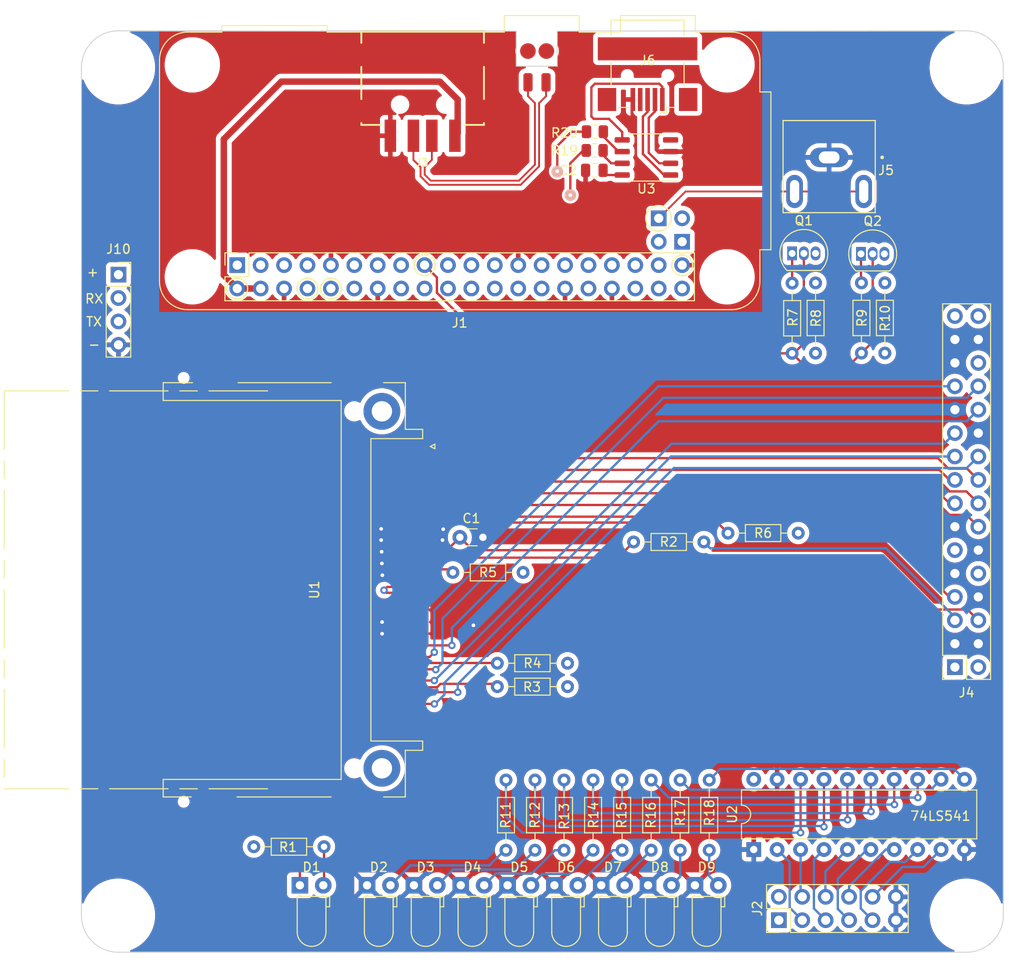
<source format=kicad_pcb>
(kicad_pcb (version 20221018) (generator pcbnew)
  (title_block (title "Simple Z80 Flash Adaptor") (date "2023-12-15") (rev "2"))
  (layers (0 "F.Cu" signal) (1 "In1.Cu" signal "GND") (2 "In2.Cu" signal "PWR") (31 "B.Cu" signal) (34 "B.Paste" user) (35 "F.Paste" user) (36 "B.SilkS" user "B.Silkscreen") (37 "F.SilkS" user "F.Silkscreen") (38 "B.Mask" user) (39 "F.Mask" user) (44 "Edge.Cuts" user))
  (net 0 "")
  (net 1 "+5V")
  (net 2 "GND")
  (net 3 "/A0")
  (net 4 "/A1")
  (net 5 "/A2")
  (net 6 "Net-(U1-~{IORD})")
  (net 7 "Net-(D1-A)")
  (net 8 "/D0")
  (net 9 "/D1")
  (net 10 "/D2")
  (net 11 "/D3")
  (net 12 "/D4")
  (net 13 "/D5")
  (net 14 "/D6")
  (net 15 "/D7")
  (net 16 "~{RESET}")
  (net 17 "~{RD}")
  (net 18 "~{WR}")
  (net 19 "~{PORT 30}")
  (net 20 "~{BUSY}")
  (net 21 "Net-(J2-Pin_3)")
  (net 22 "Net-(J2-Pin_4)")
  (net 23 "Net-(J2-Pin_5)")
  (net 24 "Net-(J2-Pin_6)")
  (net 25 "Net-(J2-Pin_7)")
  (net 26 "Net-(J2-Pin_8)")
  (net 27 "Net-(J2-Pin_9)")
  (net 28 "Net-(J2-Pin_10)")
  (net 29 "+3.3V")
  (net 30 "PI_TX")
  (net 31 "PI_RX")
  (net 32 "Net-(U1-~{PDIAG})")
  (net 33 "Net-(U1-~{DMACK})")
  (net 34 "Net-(U1-~{WE})")
  (net 35 "Net-(U1-~{CS1)")
  (net 53 "Net-(D2-A)")
  (net 54 "Net-(D3-A)")
  (net 55 "Net-(D4-A)")
  (net 56 "Net-(D5-A)")
  (net 57 "Net-(D6-A)")
  (net 58 "Net-(D7-A)")
  (net 59 "Net-(D8-A)")
  (net 60 "Net-(D9-A)")
  (net 61 "Net-(U2-Y0)")
  (net 62 "Net-(U2-Y1)")
  (net 63 "Net-(U2-Y2)")
  (net 64 "Net-(U2-Y3)")
  (net 65 "Net-(U2-Y4)")
  (net 66 "Net-(U2-Y5)")
  (net 67 "Net-(U2-Y6)")
  (net 68 "Net-(U2-Y7)")
  (net 69 "Z80_RX")
  (net 70 "Z80_TX")
  (net 97 "TV+")
  (net 98 "TV-")
  (net 99 "Net-(J3-D-)")
  (net 100 "Net-(J3-D+)")
  (net 103 "Net-(U3-V3)")
  (net 104 "Net-(J6-VBUS)")
  (net 105 "Net-(J6-D-)")
  (net 106 "Net-(J6-D+)")
  (net 108 "unconnected-(J6-Shield-Pad6)")
  (net 110 "Net-(J10-Pin_2)")
  (net 111 "Net-(J10-Pin_3)")
  (net 112 "Net-(U3-RXD)")
  (net 113 "Net-(U3-TXD)")
  (footprint "Resistor_THT:R_Axial_DIN0204_L3.6mm_D1.6mm_P7.62mm_Horizontal" (layer "F.Cu") (at 168.66865 98.759749 180)
    (fp_text reference "R2")
    (fp_text value "100R")
  )
  (footprint "Connector_PinHeader_2.54mm:PinHeader_2x06_P2.54mm_Vertical" (layer "F.Cu") (at 176.802277 139.807976 90)
    (fp_text reference "J2")
    (fp_text value "Conn_01x12_Male")
  )
  (footprint "Connector_Wire:SolderWirePad_1x01_SMD_1x2mm" (layer "F.Cu") (at 151.54905 48.874149)
    (fp_text reference "J7" hide)
    (fp_text value "Conn_01x01_Pin" hide)
  )
  (footprint "Resistor_THT:R_Axial_DIN0204_L3.6mm_D1.6mm_P7.62mm_Horizontal" (layer "F.Cu") (at 180.78445 78.261949 90)
    (fp_text reference "R8")
    (fp_text value "10k")
  )
  (footprint "Z80:SWITCHCRAFT_PJRAN1X1U04X" (layer "F.Cu") (at 182.258877 57.020176 180)
    (fp_text reference "J5")
    (fp_text value "RCA_Video")
  )
  (footprint "Z80:CF-Card_101D-TAAB-R01" (layer "F.Cu") (at 133.64575 103.951549 180)
    (fp_text reference "U1")
    (fp_text value "Compact_Flash")
  )
  (footprint "Package_DIP:DIP-20_W7.62mm" (layer "F.Cu") (at 174.07885 132.135349 90)
    (fp_text reference "U2")
    (fp_text value "74LS541")
  )
  (footprint "Package_TO_SOT_THT:TO-92_Inline" (layer "F.Cu") (at 185.71205 67.492349)
    (fp_text reference "Q2")
    (fp_text value "2N7000")
  )
  (footprint "LED_THT:LED_D3.0mm_Horizontal_O1.27mm_Z2.0mm" (layer "F.Cu") (at 132.13805 136.015949)
    (fp_text reference "D2")
    (fp_text value "LED")
  )
  (footprint "Resistor_THT:R_Axial_DIN0204_L3.6mm_D1.6mm_P7.62mm_Horizontal" (layer "F.Cu") (at 127.46985 131.830549 180)
    (fp_text reference "R1")
    (fp_text value "1K")
  )
  (footprint "Package_SO:SOP-8_3.9x4.9mm_P1.27mm" (layer "F.Cu") (at 162.43735 57.027549 180)
    (fp_text reference "U3")
    (fp_text value "CH340N")
  )
  (footprint "LED_THT:LED_D3.0mm_Horizontal_O1.27mm_Z2.0mm" (layer "F.Cu") (at 162.61805 136.015949)
    (fp_text reference "D8")
    (fp_text value "LED")
  )
  (footprint "Resistor_SMD:R_0805_2012Metric" (layer "F.Cu") (at 156.82585 56.265549 180)
    (fp_text reference "R19")
    (fp_text value "1k")
  )
  (footprint "Resistor_THT:R_Axial_DIN0204_L3.6mm_D1.6mm_P7.62mm_Horizontal" (layer "F.Cu") (at 156.65285 132.211549 90)
    (fp_text reference "R14")
    (fp_text value "1k")
  )
  (footprint "Resistor_THT:R_Axial_DIN0204_L3.6mm_D1.6mm_P7.62mm_Horizontal" (layer "F.Cu") (at 159.80285 132.211549 90)
    (fp_text reference "R15")
    (fp_text value "1k")
  )
  (footprint "Resistor_THT:R_Axial_DIN0204_L3.6mm_D1.6mm_P7.62mm_Horizontal" (layer "F.Cu") (at 169.25285 132.211549 90)
    (fp_text reference "R18")
    (fp_text value "1k")
  )
  (footprint "Z80:Raspberry_Pi_Zero_Socketed_THT_FaceDown_MountingHoles" (layer "F.Cu") (at 118.05325 68.711549 90)
    (fp_text reference "J1")
    (fp_text value "Raspberry_Pi_Zero")
  )
  (footprint "Resistor_THT:R_Axial_DIN0204_L3.6mm_D1.6mm_P7.62mm_Horizontal" (layer "F.Cu") (at 147.20285 132.211549 90)
    (fp_text reference "R11")
    (fp_text value "1k")
  )
  (footprint "LED_THT:LED_D3.0mm_Horizontal_O1.27mm_Z2.0mm" (layer "F.Cu") (at 152.45805 136.015949)
    (fp_text reference "D6")
    (fp_text value "LED")
  )
  (footprint "LED_THT:LED_D3.0mm_Horizontal_O1.27mm_Z2.0mm" (layer "F.Cu") (at 124.84825 136.015949)
    (fp_text reference "D1")
    (fp_text value "LED")
  )
  (footprint "Resistor_THT:R_Axial_DIN0204_L3.6mm_D1.6mm_P7.62mm_Horizontal" (layer "F.Cu") (at 149.05985 102.061749 180)
    (fp_text reference "R5")
    (fp_text value "1K")
  )
  (footprint "LED_THT:LED_D3.0mm_Horizontal_O1.27mm_Z2.0mm" (layer "F.Cu") (at 142.29805 136.015949)
    (fp_text reference "D4")
    (fp_text value "LED")
  )
  (footprint "Connector_PinSocket_2.54mm:PinSocket_2x16_P2.54mm_Vertical" (layer "F.Cu") (at 195.898677 112.341376 180)
    (fp_text reference "J4")
    (fp_text value "Conn_01x32_Pin")
  )
  (footprint "Resistor_THT:R_Axial_DIN0204_L3.6mm_D1.6mm_P7.62mm_Horizontal" (layer "F.Cu") (at 185.76285 78.257549 90)
    (fp_text reference "R9")
    (fp_text value "10k")
  )
  (footprint "Connector_USB:USB_Mini-B_Wuerth_65100516121_Horizontal" (layer "F.Cu") (at 162.56435 48.137549 180)
    (fp_text reference "J6")
    (fp_text value "USB_B_Micro")
  )
  (footprint "Resistor_THT:R_Axial_DIN0204_L3.6mm_D1.6mm_P7.62mm_Horizontal" (layer "F.Cu") (at 178.90485 97.794549 180)
    (fp_text reference "R6")
    (fp_text value "1K")
  )
  (footprint "LED_THT:LED_D3.0mm_Horizontal_O1.27mm_Z2.0mm" (layer "F.Cu") (at 157.53805 136.015949)
    (fp_text reference "D7")
    (fp_text value "LED")
  )
  (footprint "Resistor_THT:R_Axial_DIN0204_L3.6mm_D1.6mm_P7.62mm_Horizontal" (layer "F.Cu") (at 178.24445 78.287349 90)
    (fp_text reference "R7")
    (fp_text value "10k")
  )
  (footprint "Resistor_THT:R_Axial_DIN0204_L3.6mm_D1.6mm_P7.62mm_Horizontal" (layer "F.Cu") (at 153.50285 132.211549 90)
    (fp_text reference "R13")
    (fp_text value "1k")
  )
  (footprint "Resistor_THT:R_Axial_DIN0204_L3.6mm_D1.6mm_P7.62mm_Horizontal" (layer "F.Cu") (at 153.88585 114.456949 180)
    (fp_text reference "R3")
    (fp_text value "1K")
  )
  (footprint "LED_THT:LED_D3.0mm_Horizontal_O1.27mm_Z2.0mm" (layer "F.Cu") (at 147.37805 136.015949)
    (fp_text reference "D5")
    (fp_text value "LED")
  )
  (footprint "Z80:629104190121" (layer "F.Cu") (at 138.16325 48.391549 180)
    (fp_text reference "J3")
    (fp_text value "USB_A")
  )
  (footprint "Connector_PinSocket_2.54mm:PinSocket_1x04_P2.54mm_Vertical" (layer "F.Cu") (at 105.169877 69.744176)
    (fp_text reference "J10")
    (fp_text value "Conn_01x04_Pin")
  )
  (footprint "MountingHole:MountingHole_3.2mm_M3" (layer "F.Cu") (at 197.152277 47.282976)
    (fp_text reference "H2" hide)
    (fp_text value "MountingHole")
  )
  (footprint "MountingHole:MountingHole_3.2mm_M3" (layer "F.Cu") (at 105.152277 139.282976)
    (fp_text reference "H4" hide)
    (fp_text value "MountingHole")
  )
  (footprint "Capacitor_THT:C_Disc_D3.0mm_W1.6mm_P2.50mm" (layer "F.Cu") (at 142.20185 98.251749)
    (fp_text reference "C1")
    (fp_text value "100pF")
  )
  (footprint "MountingHole:MountingHole_3.2mm_M3" (layer "F.Cu") (at 197.152277 139.282976)
    (fp_text reference "H1" hide)
    (fp_text value "MountingHole")
  )
  (footprint "Capacitor_SMD:C_0805_2012Metric" (layer "F.Cu") (at 156.78835 58.424549)
    (fp_text reference "C2")
    (fp_text value "100nF")
  )
  (footprint "MountingHole:MountingHole_3.2mm_M3" (layer "F.Cu") (at 105.152277 47.282976)
    (fp_text reference "H3" hide)
    (fp_text value "MountingHole")
  )
  (footprint "LED_THT:LED_D3.0mm_Horizontal_O1.27mm_Z2.0mm" (layer "F.Cu") (at 167.69805 136.015949)
    (fp_text reference "D9")
    (fp_text value "LED")
  )
  (footprint "Resistor_THT:R_Axial_DIN0204_L3.6mm_D1.6mm_P7.62mm_Horizontal" (layer "F.Cu") (at 162.95285 132.211549 90)
    (fp_text reference "R16")
    (fp_text value "1k")
  )
  (footprint "Resistor_THT:R_Axial_DIN0204_L3.6mm_D1.6mm_P7.62mm_Horizontal" (layer "F.Cu") (at 188.30285 78.257549 90)
    (fp_text reference "R10")
    (fp_text value "10k")
  )
  (footprint "Resistor_THT:R_Axial_DIN0204_L3.6mm_D1.6mm_P7.62mm_Horizontal" (layer "F.Cu") (at 166.10285 132.211549 90)
    (fp_text reference "R17")
    (fp_text value "1k")
  )
  (footprint "Connector_Wire:SolderWirePad_1x01_SMD_1x2mm" (layer "F.Cu") (at 149.59325 48.874149)
    (fp_text reference "J8" hide)
    (fp_text value "Conn_01x01_Pin" hide)
  )
  (footprint "Package_TO_SOT_THT:TO-92_Inline" (layer "F.Cu") (at 178.24445 67.441549)
    (fp_text reference "Q1")
    (fp_text value "2N7000")
  )
  (footprint "Resistor_THT:R_Axial_DIN0204_L3.6mm_D1.6mm_P7.62mm_Horizontal" (layer "F.Cu") (at 153.88585 111.916949 180)
    (fp_text reference "R4")
    (fp_text value "1K")
  )
  (footprint "Resistor_THT:R_Axial_DIN0204_L3.6mm_D1.6mm_P7.62mm_Horizontal" (layer "F.Cu") (at 150.35285 132.211549 90)
    (fp_text reference "R12")
    (fp_text value "1k")
  )
  (footprint "Resistor_SMD:R_0805_2012Metric" (layer "F.Cu") (at 156.84935 54.233549 180)
    (fp_text reference "R20")
    (fp_text value "1k")
  )
  (footprint "LED_THT:LED_D3.0mm_Horizontal_O1.27mm_Z2.0mm" (layer "F.Cu") (at 137.21805 136.015949)
    (fp_text reference "D3")
    (fp_text value "LED")
  )
  (gr_circle (center 152.76825 58.576949) (end 153.336211 58.576949) (stroke (width 0.15)) (fill solid) (layer "B.SilkS"))
  (gr_circle (center 154.19065 61.116949) (end 154.758611 61.116949) (stroke (width 0.15)) (fill solid) (layer "B.SilkS"))
  (gr_circle (center 125.66645 71.251549) (end 126.42845 72.089749) (stroke (width 0.15)) (fill none) (layer "F.SilkS"))
  (gr_circle (center 163.756244 63.631549) (end 165.13805 63.707749) (stroke (width 0.15)) (fill none) (layer "F.SilkS"))
  (gr_circle (center 138.381644 68.711549) (end 139.143644 69.549749) (stroke (width 0.15)) (fill none) (layer "F.SilkS"))
  (gr_circle (center 166.321644 68.736949) (end 167.083644 69.575149) (stroke (width 0.15)) (fill none) (layer "F.SilkS"))
  (gr_circle (center 118.04645 71.261755) (end 118.80845 72.099955) (stroke (width 0.15)) (fill none) (layer "F.SilkS"))
  (gr_circle (center 128.20645 71.251549) (end 128.96845 72.089749) (stroke (width 0.15)) (fill none) (layer "F.SilkS"))
  (gr_line (start 152.76825 47.121549) (end 152.76825 43.311549) (stroke (width 0.1)) (layer "Edge.Cuts"))
  (gr_arc (start 201.152277 139.282976) (mid 199.980696 142.111395) (end 197.152277 143.282976) (stroke (width 0.1)) (layer "Edge.Cuts"))
  (gr_line (start 152.76825 43.311549) (end 197.152277 43.282976) (stroke (width 0.1)) (layer "Edge.Cuts"))
  (gr_line (start 105.152277 43.282976) (end 148.32325 43.311549) (stroke (width 0.1)) (layer "Edge.Cuts"))
  (gr_line (start 201.152277 139.282976) (end 201.152277 47.282976) (stroke (width 0.1)) (layer "Edge.Cuts"))
  (gr_arc (start 101.152277 47.282976) (mid 102.323842 44.454541) (end 105.152277 43.282976) (stroke (width 0.1)) (layer "Edge.Cuts"))
  (gr_line (start 101.152277 47.282976) (end 101.152277 139.282976) (stroke (width 0.1)) (layer "Edge.Cuts"))
  (gr_line locked (start 105.152277 143.282976) (end 197.152277 143.282976) (stroke (width 0.1)) (layer "Edge.Cuts"))
  (gr_line (start 148.32325 47.121549) (end 152.76825 47.121549) (stroke (width 0.1)) (layer "Edge.Cuts"))
  (gr_arc (start 197.152277 43.282976) (mid 199.980677 44.45456) (end 201.152277 47.282976) (stroke (width 0.1)) (layer "Edge.Cuts"))
  (gr_arc (start 105.152277 143.282976) (mid 102.323823 142.111414) (end 101.152277 139.282976) (stroke (width 0.1)) (layer "Edge.Cuts"))
  (gr_line (start 148.32325 43.311549) (end 148.32325 47.121549) (stroke (width 0.1)) (layer "Edge.Cuts"))
  (gr_text "RX" (at 101.46025 72.953349) (layer "F.SilkS") (effects (font (size 1 1)) (justify left bottom)))
  (gr_text "+" (at 101.66345 70.057749) (layer "F.SilkS") (effects (font (size 1 1)) (justify left bottom)))
  (gr_text "74LS541" (at 190.96985 129.087349) (layer "F.SilkS") (effects (font (size 1 1)) (justify left bottom)))
  (gr_text "TX" (at 101.56185 75.442549) (layer "F.SilkS") (effects (font (size 1 1)) (justify left bottom)))
  (gr_text "-" (at 101.81585 77.906349) (layer "F.SilkS") (effects (font (size 1 1)) (justify left bottom)))
  (segment (start 141.96325 50.732361) (end 140.028838 48.797949) (width 0.7) (layer "F.Cu") (net 1))
  (segment (start 141.66325 54.671549) (end 141.96325 54.371549) (width 0.7) (layer "F.Cu") (net 1))
  (segment (start 140.028838 48.797949) (end 122.84705 48.797949) (width 0.7) (layer "F.Cu") (net 1))
  (segment (start 141.96325 54.371549) (end 141.96325 50.732361) (width 0.7) (layer "F.Cu") (net 1))
  (segment (start 134.33285 103.631549) (end 136.74575 103.631549) (width 0.25) (layer "F.Cu") (net 1))
  (segment (start 133.97225 103.992149) (end 134.33285 103.631549) (width 0.25) (layer "F.Cu") (net 1))
  (segment (start 118.05325 71.251549) (end 120.59325 71.251549) (width 0.7) (layer "F.Cu") (net 1))
  (segment (start 122.84705 48.797949) (end 116.59865 55.046349) (width 0.7) (layer "F.Cu") (net 1))
  (segment (start 134.25165 104.271549) (end 136.74575 104.271549) (width 0.25) (layer "F.Cu") (net 1))
  (segment (start 116.59865 69.796949) (end 118.05325 71.251549) (width 0.7) (layer "F.Cu") (net 1))
  (segment (start 133.97225 103.992149) (end 134.25165 104.271549) (width 0.25) (layer "F.Cu") (net 1))
  (segment (start 116.59865 55.046349) (end 116.59865 69.796949) (width 0.7) (layer "F.Cu") (net 1))
  (via (at 133.97225 103.992149) (size 0.8) (drill 0.4) (layers "F.Cu" "B.Cu") (net 1))
  (segment (start 136.74575 98.551549) (end 133.67245 98.551549) (width 0.25) (layer "F.Cu") (net 2))
  (segment (start 133.79945 102.361549) (end 136.74575 102.361549) (width 0.25) (layer "F.Cu") (net 2))
  (segment (start 133.77405 108.711549) (end 133.76905 108.716549) (width 0.25) (layer "F.Cu") (net 2))
  (segment (start 136.74575 108.711549) (end 133.77405 108.711549) (width 0.25) (layer "F.Cu") (net 2))
  (segment (start 136.74575 98.551549) (end 140.31725 98.551549) (width 0.25) (layer "F.Cu") (net 2))
  (segment (start 140.31725 98.551549) (end 140.32225 98.556549) (width 0.25) (layer "F.Cu") (net 2))
  (segment (start 133.77405 107.441549) (end 133.76905 107.446549) (width 0.25) (layer "F.Cu") (net 2))
  (segment (start 136.74575 97.281549) (end 133.72325 97.281549) (width 0.25) (layer "F.Cu") (net 2))
  (segment (start 142.76565 108.711549) (end 143.67505 107.802149) (width 0.25) (layer "F.Cu") (net 2))
  (segment (start 133.71825 99.821549) (end 136.74575 99.821549) (width 0.25) (layer "F.Cu") (net 2))
  (segment (start 140.30395 97.281549) (end 136.74575 97.281549) (width 0.25) (layer "F.Cu") (net 2))
  (segment (start 136.74575 108.711549) (end 142.76565 108.711549) (width 0.25) (layer "F.Cu") (net 2))
  (segment (start 133.74365 101.091549) (end 136.74575 101.091549) (width 0.25) (layer "F.Cu") (net 2))
  (segment (start 133.67245 98.551549) (end 133.66745 98.556549) (width 0.25) (layer "F.Cu") (net 2))
  (segment (start 136.74575 107.441549) (end 133.77405 107.441549) (width 0.25) (layer "F.Cu") (net 2))
  (segment (start 133.72325 97.281549) (end 133.66745 97.337349) (width 0.25) (layer "F.Cu") (net 2))
  (segment (start 133.79445 102.366549) (end 133.79945 102.361549) (width 0.25) (layer "F.Cu") (net 2))
  (segment (start 140.39845 97.376049) (end 140.30395 97.281549) (width 0.25) (layer "F.Cu") (net 2))
  (via (at 133.66745 98.556549) (size 0.8) (drill 0.4) (layers "F.Cu" "B.Cu") (net 2))
  (via (at 140.39845 97.376049) (size 0.8) (drill 0.4) (layers "F.Cu" "B.Cu") (net 2))
  (via (at 133.79445 102.366549) (size 0.8) (drill 0.4) (layers "F.Cu" "B.Cu") (net 2))
  (via (at 133.74365 101.091549) (size 0.8) (drill 0.4) (layers "F.Cu" "B.Cu") (net 2))
  (via (at 143.67505 107.802149) (size 0.8) (drill 0.4) (layers "F.Cu" "B.Cu") (net 2))
  (via (at 140.32225 98.556549) (size 0.8) (drill 0.4) (layers "F.Cu" "B.Cu") (net 2))
  (via (at 133.66745 97.337349) (size 0.8) (drill 0.4) (layers "F.Cu" "B.Cu") (net 2))
  (via (at 133.71825 99.821549) (size 0.8) (drill 0.4) (layers "F.Cu" "B.Cu") (net 2))
  (via (at 133.76905 108.716549) (size 0.8) (drill 0.4) (layers "F.Cu" "B.Cu") (net 2))
  (via (at 133.76905 107.446549) (size 0.8) (drill 0.4) (layers "F.Cu" "B.Cu") (net 2))
  (segment (start 139.58565 112.616049) (end 139.54695 112.577349) (width 0.25) (layer "F.Cu") (net 3))
  (segment (start 136.80155 112.577349) (end 136.74575 112.521549) (width 0.25) (layer "F.Cu") (net 3))
  (segment (start 139.54695 112.577349) (end 136.80155 112.577349) (width 0.25) (layer "F.Cu") (net 3))
  (via (at 139.58565 112.616049) (size 0.8) (drill 0.4) (layers "F.Cu" "B.Cu") (net 3))
  (segment (start 197.186704 83.113349) (end 198.438677 81.861376) (width 0.25) (layer "B.Cu") (net 3))
  (segment (start 164.27445 83.113349) (end 197.186704 83.113349) (width 0.25) (layer "B.Cu") (net 3))
  (segment (start 140.32225 107.065549) (end 164.27445 83.113349) (width 0.25) (layer "B.Cu") (net 3))
  (segment (start 140.32225 111.879449) (end 140.32225 107.065549) (width 0.25) (layer "B.Cu") (net 3))
  (segment (start 139.58565 112.616049) (end 140.32225 111.879449) (width 0.25) (layer "B.Cu") (net 3))
  (segment (start 138.90485 111.251549) (end 136.74575 111.251549) (width 0.25) (layer "F.Cu") (net 4))
  (segment (start 139.43325 110.723149) (end 138.90485 111.251549) (width 0.25) (layer "F.Cu") (net 4))
  (via (at 139.43325 110.723149) (size 0.8) (drill 0.4) (layers "F.Cu" "B.Cu") (net 4))
  (segment (start 163.748423 81.861376) (end 195.898677 81.861376) (width 0.25) (layer "B.Cu") (net 4))
  (segment (start 139.43325 110.723149) (end 139.43325 106.176549) (width 0.25) (layer "B.Cu") (net 4))
  (segment (start 139.43325 106.176549) (end 163.748423 81.861376) (width 0.25) (layer "B.Cu") (net 4))
  (segment (start 141.33825 109.986549) (end 141.33325 109.981549) (width 0.25) (layer "F.Cu") (net 5))
  (segment (start 141.33325 109.981549) (end 136.74575 109.981549) (width 0.25) (layer "F.Cu") (net 5))
  (via (at 141.33825 109.986549) (size 0.8) (drill 0.4) (layers "F.Cu" "B.Cu") (net 5))
  (segment (start 197.186704 85.653349) (end 198.438677 84.401376) (width 0.25) (layer "B.Cu") (net 5))
  (segment (start 141.33825 108.081549) (end 163.76645 85.653349) (width 0.25) (layer "B.Cu") (net 5))
  (segment (start 163.76645 85.653349) (end 197.186704 85.653349) (width 0.25) (layer "B.Cu") (net 5))
  (segment (start 141.33825 109.986549) (end 141.33825 108.081549) (width 0.25) (layer "B.Cu") (net 5))
  (segment (start 139.20795 99.648749) (end 140.80485 99.648749) (width 0.25) (layer "F.Cu") (net 6))
  (segment (start 140.80485 99.648749) (end 142.20185 98.251749) (width 0.25) (layer "F.Cu") (net 6))
  (segment (start 161.04865 98.759749) (end 160.15965 99.648749) (width 0.25) (layer "F.Cu") (net 6))
  (segment (start 138.75075 99.191549) (end 139.20795 99.648749) (width 0.25) (layer "F.Cu") (net 6))
  (segment (start 160.15965 99.648749) (end 143.59885 99.648749) (width 0.25) (layer "F.Cu") (net 6))
  (segment (start 143.59885 99.648749) (end 142.20185 98.251749) (width 0.25) (layer "F.Cu") (net 6))
  (segment (start 136.74575 99.191549) (end 138.75075 99.191549) (width 0.25) (layer "F.Cu") (net 6))
  (segment (start 127.46985 135.934349) (end 127.38825 136.015949) (width 0.25) (layer "F.Cu") (net 7))
  (segment (start 127.46985 131.830549) (end 127.46985 135.934349) (width 0.25) (layer "F.Cu") (net 7))
  (segment (start 136.74575 113.791549) (end 139.42825 113.791549) (width 0.25) (layer "F.Cu") (net 8))
  (segment (start 139.42825 113.791549) (end 139.43325 113.796549) (width 0.25) (layer "F.Cu") (net 8))
  (via (at 139.43325 113.796549) (size 0.8) (drill 0.4) (layers "F.Cu" "B.Cu") (net 8))
  (segment (start 194.748304 88.091749) (end 195.898677 86.941376) (width 0.25) (layer "B.Cu") (net 8))
  (segment (start 139.43325 113.796549) (end 139.45865 113.796549) (width 0.25) (layer "B.Cu") (net 8))
  (segment (start 139.45865 113.796549) (end 165.16345 88.091749) (width 0.25) (layer "B.Cu") (net 8))
  (segment (start 165.16345 88.091749) (end 194.748304 88.091749) (width 0.25) (layer "B.Cu") (net 8))
  (segment (start 141.96825 115.061549) (end 136.74575 115.061549) (width 0.25) (layer "F.Cu") (net 9))
  (segment (start 141.97325 115.066549) (end 141.96825 115.061549) (width 0.25) (layer "F.Cu") (net 9))
  (via (at 141.97325 115.066549) (size 0.8) (drill 0.4) (layers "F.Cu" "B.Cu") (net 9))
  (segment (start 141.97325 114.177549) (end 165.41745 90.733349) (width 0.25) (layer "B.Cu") (net 9))
  (segment (start 165.41745 90.733349) (end 197.186704 90.733349) (width 0.25) (layer "B.Cu") (net 9))
  (segment (start 141.97325 115.066549) (end 141.97325 114.177549) (width 0.25) (layer "B.Cu") (net 9))
  (segment (start 197.186704 90.733349) (end 198.438677 89.481376) (width 0.25) (layer "B.Cu") (net 9))
  (segment (start 139.42825 116.331549) (end 139.43325 116.336549) (width 0.25) (layer "F.Cu") (net 10))
  (segment (start 136.74575 116.331549) (end 139.42825 116.331549) (width 0.25) (layer "F.Cu") (net 10))
  (via (at 139.43325 116.336549) (size 0.8) (drill 0.4) (layers "F.Cu" "B.Cu") (net 10))
  (segment (start 139.50945 116.336549) (end 140.52545 115.320549) (width 0.25) (layer "B.Cu") (net 10))
  (segment (start 139.43325 116.336549) (end 139.50945 116.336549) (width 0.25) (layer "B.Cu") (net 10))
  (segment (start 140.52545 115.320549) (end 140.52545 114.050549) (width 0.25) (layer "B.Cu") (net 10))
  (segment (start 165.094623 89.481376) (end 195.898677 89.481376) (width 0.25) (layer "B.Cu") (net 10))
  (segment (start 140.52545 114.050549) (end 165.094623 89.481376) (width 0.25) (layer "B.Cu") (net 10))
  (segment (start 195.196203 90.800949) (end 197.21825 90.800949) (width 0.25) (layer "F.Cu") (net 11))
  (segment (start 197.21825 90.800949) (end 198.438677 92.021376) (width 0.25) (layer "F.Cu") (net 11))
  (segment (start 194.056803 89.661549) (end 195.196203 90.800949) (width 0.25) (layer "F.Cu") (net 11))
  (segment (start 136.74575 89.661549) (end 194.056803 89.661549) (width 0.25) (layer "F.Cu") (net 11))
  (segment (start 136.74575 90.931549) (end 194.21605 90.931549) (width 0.25) (layer "F.Cu") (net 12))
  (segment (start 195.305877 92.021376) (end 195.898677 92.021376) (width 0.25) (layer "F.Cu") (net 12))
  (segment (start 194.21605 90.931549) (end 195.305877 92.021376) (width 0.25) (layer "F.Cu") (net 12))
  (segment (start 195.33865 93.273349) (end 197.15065 93.273349) (width 0.25) (layer "F.Cu") (net 13))
  (segment (start 197.15065 93.273349) (end 198.438677 94.561376) (width 0.25) (layer "F.Cu") (net 13))
  (segment (start 194.26685 92.201549) (end 195.33865 93.273349) (width 0.25) (layer "F.Cu") (net 13))
  (segment (start 136.74575 92.201549) (end 194.26685 92.201549) (width 0.25) (layer "F.Cu") (net 13))
  (segment (start 136.74575 93.471549) (end 194.21605 93.471549) (width 0.25) (layer "F.Cu") (net 14))
  (segment (start 194.21605 93.471549) (end 195.305877 94.561376) (width 0.25) (layer "F.Cu") (net 14))
  (segment (start 195.305877 94.561376) (end 195.898677 94.561376) (width 0.25) (layer "F.Cu") (net 14))
  (segment (start 136.74575 94.741549) (end 194.227149 94.741549) (width 0.25) (layer "F.Cu") (net 15))
  (segment (start 197.15065 95.813349) (end 198.438677 97.101376) (width 0.25) (layer "F.Cu") (net 15))
  (segment (start 195.298949 95.813349) (end 197.15065 95.813349) (width 0.25) (layer "F.Cu") (net 15))
  (segment (start 194.227149 94.741549) (end 195.298949 95.813349) (width 0.25) (layer "F.Cu") (net 15))
  (segment (start 188.42985 99.445549) (end 169.35445 99.445549) (width 0.25) (layer "B.Cu") (net 17))
  (segment (start 195.898677 107.261376) (end 195.898677 106.914376) (width 0.25) (layer "B.Cu") (net 17))
  (segment (start 169.35445 99.445549) (end 168.66865 98.759749) (width 0.25) (layer "B.Cu") (net 17))
  (segment (start 195.898677 106.914376) (end 188.42985 99.445549) (width 0.25) (layer "B.Cu") (net 17))
  (segment (start 193.368877 106.086376) (end 197.263677 106.086376) (width 0.25) (layer "F.Cu") (net 18))
  (segment (start 187.74405 100.461549) (end 193.368877 106.086376) (width 0.25) (layer "F.Cu") (net 18))
  (segment (start 197.263677 106.086376) (end 198.438677 107.261376) (width 0.25) (layer "F.Cu") (net 18))
  (segment (start 136.74575 100.461549) (end 187.74405 100.461549) (width 0.25) (layer "F.Cu") (net 18))
  (segment (start 186.59605 96.011549) (end 195.305877 104.721376) (width 0.25) (layer "F.Cu") (net 19))
  (segment (start 195.305877 104.721376) (end 195.898677 104.721376) (width 0.25) (layer "F.Cu") (net 19))
  (segment (start 136.74575 96.011549) (end 186.59605 96.011549) (width 0.25) (layer "F.Cu") (net 19))
  (segment (start 130.03525 113.161549) (end 136.74575 113.161549) (width 0.25) (layer "F.Cu") (net 20))
  (segment (start 124.84825 136.015949) (end 124.84825 118.297749) (width 0.25) (layer "F.Cu") (net 20))
  (segment (start 130.00985 113.136149) (end 130.03525 113.161549) (width 0.25) (layer "F.Cu") (net 20))
  (segment (start 124.84825 118.297749) (end 130.00985 113.136149) (width 0.25) (layer "F.Cu") (net 20))
  (segment (start 177.977277 138.442976) (end 179.342277 139.807976) (width 0.25) (layer "B.Cu") (net 21))
  (segment (start 176.61885 132.135349) (end 177.977277 133.493776) (width 0.25) (layer "B.Cu") (net 21))
  (segment (start 177.977277 133.493776) (end 177.977277 138.442976) (width 0.25) (layer "B.Cu") (net 21))
  (segment (start 179.15885 137.084549) (end 179.342277 137.267976) (width 0.25) (layer "B.Cu") (net 22))
  (segment (start 179.15885 132.135349) (end 179.15885 137.084549) (width 0.25) (layer "B.Cu") (net 22))
  (segment (start 181.69885 132.135349) (end 180.60665 133.227549) (width 0.25) (layer "B.Cu") (net 23))
  (segment (start 180.60665 133.227549) (end 180.60665 138.532349) (width 0.25) (layer "B.Cu") (net 23))
  (segment (start 180.60665 138.532349) (end 181.882277 139.807976) (width 0.25) (layer "B.Cu") (net 23))
  (segment (start 181.85125 134.522949) (end 181.85125 137.236949) (width 0.25) (layer "B.Cu") (net 24))
  (segment (start 184.23885 132.135349) (end 181.85125 134.522949) (width 0.25) (layer "B.Cu") (net 24))
  (segment (start 181.85125 137.236949) (end 181.882277 137.267976) (width 0.25) (layer "B.Cu") (net 24))
  (segment (start 186.37245 132.135349) (end 183.19745 135.310349) (width 0.25) (layer "B.Cu") (net 25))
  (segment (start 186.77885 132.135349) (end 186.37245 132.135349) (width 0.25) (layer "B.Cu") (net 25))
  (segment (start 183.19745 135.310349) (end 183.19745 138.583149) (width 0.25) (layer "B.Cu") (net 25))
  (segment (start 183.19745 138.583149) (end 184.422277 139.807976) (width 0.25) (layer "B.Cu") (net 25))
  (segment (start 188.40445 132.135349) (end 184.422277 136.117522) (width 0.25) (layer "B.Cu") (net 26))
  (segment (start 189.31885 132.135349) (end 188.40445 132.135349) (width 0.25) (layer "B.Cu") (net 26))
  (segment (start 184.422277 136.117522) (end 184.422277 137.267976) (width 0.25) (layer "B.Cu") (net 26))
  (segment (start 185.68665 136.631149) (end 185.68665 138.532349) (width 0.25) (layer "B.Cu") (net 27))
  (segment (start 188.83625 133.481549) (end 185.68665 136.631149) (width 0.25) (layer "B.Cu") (net 27))
  (segment (start 185.68665 138.532349) (end 186.962277 139.807976) (width 0.25) (layer "B.Cu") (net 27))
  (segment (start 190.51265 133.481549) (end 188.83625 133.481549) (width 0.25) (layer "B.Cu") (net 27))
  (segment (start 191.85885 132.135349) (end 190.51265 133.481549) (width 0.25) (layer "B.Cu") (net 27))
  (segment (start 190.197149 134.033104) (end 186.962277 137.267976) (width 0.25) (layer "B.Cu") (net 28))
  (segment (start 192.501095 134.033104) (end 190.197149 134.033104) (width 0.25) (layer "B.Cu") (net 28))
  (segment (start 194.39885 132.135349) (end 192.501095 134.033104) (width 0.25) (layer "B.Cu") (net 28))
  (segment (start 139.71265 71.71265) (end 139.71265 70.050949) (width 0.25) (layer "F.Cu") (net 29))
  (segment (start 179.74305 79.785949) (end 178.24445 78.287349) (width 0.25) (layer "F.Cu") (net 29))
  (segment (start 184.23445 79.785949) (end 179.74305 79.785949) (width 0.25) (layer "F.Cu") (net 29))
  (segment (start 179.51445 67.441549) (end 179.51445 77.195149) (width 0.25) (layer "F.Cu") (net 29))
  (segment (start 178.24445 78.287349) (end 146.287349 78.287349) (width 0.25) (layer "F.Cu") (net 29))
  (segment (start 186.98205 67.492349) (end 186.98205 77.038349) (width 0.25) (layer "F.Cu") (net 29))
  (segment (start 185.76285 78.257549) (end 184.23445 79.785949) (width 0.25) (layer "F.Cu") (net 29))
  (segment (start 186.98205 77.038349) (end 185.76285 78.257549) (width 0.25) (layer "F.Cu") (net 29))
  (segment (start 146.287349 78.287349) (end 139.71265 71.71265) (width 0.25) (layer "F.Cu") (net 29))
  (segment (start 179.51445 77.195149) (end 178.42225 78.287349) (width 0.25) (layer "F.Cu") (net 29))
  (segment (start 139.71265 70.050949) (end 138.37325 68.711549) (width 0.25) (layer "F.Cu") (net 29))
  (segment (start 178.24445 67.441549) (end 178.24445 70.667349) (width 0.25) (layer "F.Cu") (net 30))
  (segment (start 185.71205 67.492349) (end 185.71205 70.586749) (width 0.25) (layer "F.Cu") (net 31))
  (segment (start 185.71205 70.586749) (end 185.76285 70.637549) (width 0.25) (layer "F.Cu") (net 31))
  (segment (start 140.102955 114.152149) (end 139.733555 114.521549) (width 0.25) (layer "F.Cu") (net 32))
  (segment (start 136.83575 114.521549) (end 136.74575 114.431549) (width 0.25) (layer "F.Cu") (net 32))
  (segment (start 139.733555 114.521549) (end 136.83575 114.521549) (width 0.25) (layer "F.Cu") (net 32))
  (segment (start 146.26585 114.456949) (end 145.96105 114.152149) (width 0.25) (layer "F.Cu") (net 32))
  (segment (start 145.96105 114.152149) (end 140.102955 114.152149) (width 0.25) (layer "F.Cu") (net 32))
  (segment (start 146.24045 111.891549) (end 136.74575 111.891549) (width 0.25) (layer "F.Cu") (net 33))
  (segment (start 146.26585 111.916949) (end 146.24045 111.891549) (width 0.25) (layer "F.Cu") (net 33))
  (segment (start 141.43985 102.061749) (end 141.10965 101.731549) (width 0.25) (layer "F.Cu") (net 34))
  (segment (start 141.10965 101.731549) (end 136.74575 101.731549) (width 0.25) (layer "F.Cu") (net 34))
  (segment (start 136.74575 96.651549) (end 170.14185 96.651549) (width 0.25) (layer "F.Cu") (net 35))
  (segment (start 170.14185 96.651549) (end 171.28485 97.794549) (width 0.25) (layer "F.Cu") (net 35))
  (segment (start 147.20285 132.211549) (end 147.05325 132.211549) (width 0.25) (layer "B.Cu") (net 53))
  (segment (start 147.05325 132.211549) (end 145.41325 133.851549) (width 0.25) (layer "B.Cu") (net 53))
  (segment (start 145.41325 133.851549) (end 136.84245 133.851549) (width 0.25) (layer "B.Cu") (net 53))
  (segment (start 136.84245 133.851549) (end 134.67805 136.015949) (width 0.25) (layer "B.Cu") (net 53))
  (segment (start 150.35285 132.211549) (end 148.26285 134.301549) (width 0.25) (layer "B.Cu") (net 54))
  (segment (start 148.26285 134.301549) (end 141.47245 134.301549) (width 0.25) (layer "B.Cu") (net 54))
  (segment (start 141.47245 134.301549) (end 139.75805 136.015949) (width 0.25) (layer "B.Cu") (net 54))
  (segment (start 152.512901 132.211549) (end 149.972901 134.751549) (width 0.25) (layer "B.Cu") (net 55))
  (segment (start 146.10245 134.751549) (end 144.83805 136.015949) (width 0.25) (layer "B.Cu") (net 55))
  (segment (start 149.972901 134.751549) (end 146.10245 134.751549) (width 0.25) (layer "B.Cu") (net 55))
  (segment (start 153.50285 132.211549) (end 152.512901 132.211549) (width 0.25) (layer "B.Cu") (net 55))
  (segment (start 154.07345 134.790949) (end 151.14305 134.790949) (width 0.25) (layer "B.Cu") (net 56))
  (segment (start 156.65285 132.211549) (end 154.07345 134.790949) (width 0.25) (layer "B.Cu") (net 56))
  (segment (start 151.14305 134.790949) (end 149.91805 136.015949) (width 0.25) (layer "B.Cu") (net 56))
  (segment (start 159.80285 132.211549) (end 158.80245 132.211549) (width 0.25) (layer "B.Cu") (net 57))
  (segment (start 158.80245 132.211549) (end 154.99805 136.015949) (width 0.25) (layer "B.Cu") (net 57))
  (segment (start 160.07805 135.086349) (end 160.07805 136.015949) (width 0.25) (layer "B.Cu") (net 58))
  (segment (start 162.95285 132.211549) (end 160.07805 135.086349) (width 0.25) (layer "B.Cu") (net 58))
  (segment (start 166.10285 135.071149) (end 165.15805 136.015949) (width 0.25) (layer "B.Cu") (net 59))
  (segment (start 166.10285 132.211549) (end 166.10285 135.071149) (width 0.25) (layer "B.Cu") (net 59))
  (segment (start 169.25285 135.030749) (end 170.23805 136.015949) (width 0.25) (layer "B.Cu") (net 60))
  (segment (start 169.25285 132.211549) (end 169.25285 135.030749) (width 0.25) (layer "B.Cu") (net 60))
  (segment (start 179.15885 124.515349) (end 179.15885 130.306549) (width 0.25) (layer "F.Cu") (net 61))
  (via (at 179.15885 130.306549) (size 0.8) (drill 0.4) (layers "F.Cu" "B.Cu") (net 61))
  (segment (start 179.15885 130.306549) (end 148.95825 130.306549) (width 0.25) (layer "B.Cu") (net 61))
  (segment (start 147.20285 128.551149) (end 147.20285 124.591549) (width 0.25) (layer "B.Cu") (net 61))
  (segment (start 148.95825 130.306549) (end 147.20285 128.551149) (width 0.25) (layer "B.Cu") (net 61))
  (segment (start 181.69885 124.515349) (end 181.69885 129.671549) (width 0.25) (layer "F.Cu") (net 62))
  (via (at 181.69885 129.671549) (size 0.8) (drill 0.4) (layers "F.Cu" "B.Cu") (net 62))
  (segment (start 151.40825 129.581549) (end 150.35285 128.526149) (width 0.25) (layer "B.Cu") (net 62))
  (segment (start 150.35285 128.526149) (end 150.35285 124.591549) (width 0.25) (layer "B.Cu") (net 62))
  (segment (start 181.60885 129.581549) (end 151.40825 129.581549) (width 0.25) (layer "B.Cu") (net 62))
  (segment (start 181.69885 129.671549) (end 181.60885 129.581549) (width 0.25) (layer "B.Cu") (net 62))
  (segment (start 184.23885 128.884149) (end 184.26425 128.909549) (width 0.25) (layer "F.Cu") (net 63))
  (segment (start 184.23885 124.515349) (end 184.23885 128.884149) (width 0.25) (layer "F.Cu") (net 63))
  (via (at 184.26425 128.909549) (size 0.8) (drill 0.4) (layers "F.Cu" "B.Cu") (net 63))
  (segment (start 154.12825 128.946549) (end 154.03825 129.036549) (width 0.25) (layer "B.Cu") (net 63))
  (segment (start 184.22725 128.946549) (end 154.12825 128.946549) (width 0.25) (layer "B.Cu") (net 63))
  (segment (start 184.26425 128.909549) (end 184.22725 128.946549) (width 0.25) (layer "B.Cu") (net 63))
  (segment (start 154.03825 129.036549) (end 153.50285 128.501149) (width 0.25) (layer "B.Cu") (net 63))
  (segment (start 153.50285 128.501149) (end 153.50285 124.591549) (width 0.25) (layer "B.Cu") (net 63))
  (segment (start 186.77885 124.515349) (end 186.77885 127.995149) (width 0.25) (layer "F.Cu") (net 64))
  (segment (start 186.77885 127.995149) (end 186.80425 128.020549) (width 0.25) (layer "F.Cu") (net 64))
  (via (at 186.80425 128.020549) (size 0.8) (drill 0.4) (layers "F.Cu" "B.Cu") (net 64))
  (segment (start 186.64025 128.184549) (end 186.80425 128.020549) (width 0.25) (layer "B.Cu") (net 64))
  (segment (start 156.65285 127.968149) (end 156.86925 128.184549) (width 0.25) (layer "B.Cu") (net 64))
  (segment (start 156.65285 124.591549) (end 156.65285 127.968149) (width 0.25) (layer "B.Cu") (net 64))
  (segment (start 156.86925 128.184549) (end 186.64025 128.184549) (width 0.25) (layer "B.Cu") (net 64))
  (segment (start 189.31885 124.515349) (end 189.31885 127.233149) (width 0.25) (layer "F.Cu") (net 65))
  (segment (start 189.31885 127.233149) (end 189.34425 127.258549) (width 0.25) (layer "F.Cu") (net 65))
  (via (at 189.34425 127.258549) (size 0.8) (drill 0.4) (layers "F.Cu" "B.Cu") (net 65))
  (segment (start 159.80285 127.181149) (end 159.88025 127.258549) (width 0.25) (layer "B.Cu") (net 65))
  (segment (start 159.88025 127.258549) (end 189.34425 127.258549) (width 0.25) (layer "B.Cu") (net 65))
  (segment (start 159.80285 124.591549) (end 159.80285 127.181149) (width 0.25) (layer "B.Cu") (net 65))
  (segment (start 191.85885 124.515349) (end 191.85885 126.471149) (width 0.25) (layer "F.Cu") (net 66))
  (segment (start 191.85885 126.471149) (end 191.88425 126.496549) (width 0.25) (layer "F.Cu") (net 66))
  (via (at 191.88425 126.496549) (size 0.8) (drill 0.4) (layers "F.Cu" "B.Cu") (net 66))
  (segment (start 164.85785 126.496549) (end 191.88425 126.496549) (width 0.25) (layer "B.Cu") (net 66))
  (segment (start 162.95285 124.591549) (end 164.85785 126.496549) (width 0.25) (layer "B.Cu") (net 66))
  (segment (start 193.27385 125.640349) (end 194.39885 124.515349) (width 0.25) (layer "B.Cu") (net 67))
  (segment (start 166.10285 124.591549) (end 167.15165 125.640349) (width 0.25) (layer "B.Cu") (net 67))
  (segment (start 167.15165 125.640349) (end 193.27385 125.640349) (width 0.25) (layer "B.Cu") (net 67))
  (segment (start 169.25285 124.591549) (end 170.45405 123.390349) (width 0.25) (layer "B.Cu") (net 68))
  (segment (start 195.81385 123.390349) (end 196.93885 124.515349) (width 0.25) (layer "B.Cu") (net 68))
  (segment (start 170.45405 123.390349) (end 195.81385 123.390349) (width 0.25) (layer "B.Cu") (net 68))
  (segment (start 178.508877 60.720176) (end 166.684623 60.720176) (width 0.2) (layer "F.Cu") (net 97))
  (segment (start 186.008877 60.720176) (end 178.508877 60.720176) (width 0.2) (layer "F.Cu") (net 97))
  (segment (start 166.684623 60.720176) (end 163.77325 63.631549) (width 0.2) (layer "F.Cu") (net 97))
  (segment (start 139.16325 54.671549) (end 139.16325 57.29655) (width 0.2) (layer "F.Cu") (net 99))
  (segment (start 138.38825 58.890149) (end 139.04385 59.545749) (width 0.2) (layer "F.Cu") (net 99))
  (segment (start 148.61105 59.545749) (end 150.34615 57.810649) (width 0.2) (layer "F.Cu") (net 99))
  (segment (start 150.34615 51.12705) (end 149.59325 50.37415) (width 0.2) (layer "F.Cu") (net 99))
  (segment (start 139.04385 59.545749) (end 148.61105 59.545749) (width 0.2) (layer "F.Cu") (net 99))
  (segment (start 138.38825 58.07155) (end 138.38825 58.890149) (width 0.2) (layer "F.Cu") (net 99))
  (segment (start 150.34615 57.810649) (end 150.34615 51.12705) (width 0.2) (layer "F.Cu") (net 99))
  (segment (start 149.59325 50.37415) (end 149.59325 48.874149) (width 0.2) (layer "F.Cu") (net 99))
  (segment (start 139.16325 57.29655) (end 138.38825 58.07155) (width 0.2) (layer "F.Cu") (net 99))
  (segment (start 150.79615 51.12705) (end 151.54905 50.37415) (width 0.2) (layer "F.Cu") (net 100))
  (segment (start 137.93825 58.07155) (end 137.93825 59.076549) (width 0.2) (layer "F.Cu") (net 100))
  (segment (start 148.79745 59.995749) (end 150.79615 57.997049) (width 0.2) (layer "F.Cu") (net 100))
  (segment (start 151.54905 50.37415) (end 151.54905 48.874149) (width 0.2) (layer "F.Cu") (net 100))
  (segment (start 150.79615 57.997049) (end 150.79615 51.12705) (width 0.2) (layer "F.Cu") (net 100))
  (segment (start 138.85745 59.995749) (end 148.79745 59.995749) (width 0.2) (layer "F.Cu") (net 100))
  (segment (start 137.93825 59.076549) (end 138.85745 59.995749) (width 0.2) (layer "F.Cu") (net 100))
  (segment (start 137.16325 54.671549) (end 137.16325 57.29655) (width 0.2) (layer "F.Cu") (net 100))
  (segment (start 137.16325 57.29655) (end 137.93825 58.07155) (width 0.2) (layer "F.Cu") (net 100))
  (segment (start 159.81235 58.932549) (end 157.73835 58.932549) (width 0.25) (layer "F.Cu") (net 103))
  (segment (start 164.16435 49.356549) (end 163.83435 49.026549) (width 0.25) (layer "F.Cu") (net 104))
  (segment (start 164.16435 50.737549) (end 164.16435 49.356549) (width 0.25) (layer "F.Cu") (net 104))
  (segment (start 158.37335 52.836549) (end 159.81235 54.275549) (width 0.25) (layer "F.Cu") (net 104))
  (segment (start 156.72235 52.836549) (end 158.37335 52.836549) (width 0.25) (layer "F.Cu") (net 104))
  (segment (start 163.83435 49.026549) (end 156.84935 49.026549) (width 0.25) (layer "F.Cu") (net 104))
  (segment (start 159.81235 54.275549) (end 159.81235 55.122549) (width 0.25) (layer "F.Cu") (net 104))
  (segment (start 156.84935 49.026549) (end 156.46835 49.407549) (width 0.25) (layer "F.Cu") (net 104))
  (segment (start 156.46835 52.582549) (end 156.72235 52.836549) (width 0.25) (layer "F.Cu") (net 104))
  (segment (start 156.46835 49.407549) (end 156.46835 52.582549) (width 0.25) (layer "F.Cu") (net 104))
  (segment (start 162.69135 56.519549) (end 163.83435 57.662549) (width 0.25) (layer "F.Cu") (net 105))
  (segment (start 163.36435 50.737549) (end 163.36435 52.036549) (width 0.25) (layer "F.Cu") (net 105))
  (segment (start 163.36435 52.036549) (end 162.69135 52.709549) (width 0.25) (layer "F.Cu") (net 105))
  (segment (start 162.69135 52.709549) (end 162.69135 56.519549) (width 0.25) (layer "F.Cu") (net 105))
  (segment (start 163.83435 57.662549) (end 165.06235 57.662549) (width 0.25) (layer "F.Cu") (net 105))
  (segment (start 162.05635 56.646549) (end 164.34235 58.932549) (width 0.25) (layer "F.Cu") (net 106))
  (segment (start 162.56435 52.074549) (end 162.05635 52.582549) (width 0.25) (layer "F.Cu") (net 106))
  (segment (start 164.34235 58.932549) (end 165.06235 58.932549) (width 0.25) (layer "F.Cu") (net 106))
  (segment (start 162.56435 50.737549) (end 162.56435 52.074549) (width 0.25) (layer "F.Cu") (net 106))
  (segment (start 162.05635 52.582549) (end 162.05635 56.646549) (width 0.25) (layer "F.Cu") (net 106))
  (segment (start 159.24135 45.237549) (end 165.86635 45.237549) (width 2.5) (layer "F.Cu") (net 108))
  (segment (start 155.57935 56.265549) (end 155.91335 56.265549) (width 0.25) (layer "F.Cu") (net 110))
  (segment (start 154.18235 57.662549) (end 155.57935 56.265549) (width 0.25) (layer "F.Cu") (net 110))
  (segment (start 154.18235 61.116949) (end 154.18235 57.662549) (width 0.25) (layer "F.Cu") (net 110))
  (via (at 154.18235 61.116949) (size 0.8) (drill 0.4) (layers "F.Cu" "B.Cu") (net 110))
  (segment (start 154.30935 54.233549) (end 155.93685 54.233549) (width 0.25) (layer "F.Cu") (net 111))
  (segment (start 152.76825 55.774649) (end 154.30935 54.233549) (width 0.25) (layer "F.Cu") (net 111))
  (segment (start 152.76825 58.526149) (end 152.76825 55.774649) (width 0.25) (layer "F.Cu") (net 111))
  (via (at 152.76825 58.526149) (size 0.8) (drill 0.4) (layers "F.Cu" "B.Cu") (net 111))
  (segment (start 158.62735 57.662549) (end 157.73835 56.773549) (width 0.25) (layer "F.Cu") (net 112))
  (segment (start 159.81235 57.662549) (end 158.62735 57.662549) (width 0.25) (layer "F.Cu") (net 112))
  (segment (start 159.41285 56.392549) (end 157.76185 54.741549) (width 0.25) (layer "F.Cu") (net 113))
  (segment (start 159.81235 56.392549) (end 159.41285 56.392549) (width 0.25) (layer "F.Cu") (net 113))
  (zone (net 2) (net_name "GND") (layer "F.Cu") (connect_pads (clearance 0.508)) (min_thickness 0.25) (fill yes (thermal_gap 0.5) (thermal_bridge_width 0.5))
    (polygon (pts (xy 201.66325 42.676549) (xy 100.69825 42.676549) (xy 100.69825 143.641549) (xy 201.66325 143.641549)))
  )
  (zone (net 0) (net_name "") (layer "B.Cu") (connect_pads (clearance 0)) (min_thickness 0.25)
    (keepout (tracks allowed) (vias not_allowed) (pads not_allowed) (copperpour not_allowed) (footprints allowed))
    (fill (thermal_gap 0.5) (thermal_bridge_width 0.5))
    (polygon (pts (xy 109.58825 43.311549) (xy 109.58825 73.791549) (xy 174.99325 73.791549) (xy 174.99325 43.311549)))
  )
  (zone (net 2) (net_name "GND") (layer "B.Cu") (priority 2) (connect_pads (clearance 0.508)) (min_thickness 0.25) (fill yes (thermal_gap 0.5) (thermal_bridge_width 0.5))
    (polygon (pts (xy 100.69825 42.676549) (xy 201.66325 42.676549) (xy 201.66325 143.641549) (xy 100.69825 143.641549)))
  )
)
</source>
